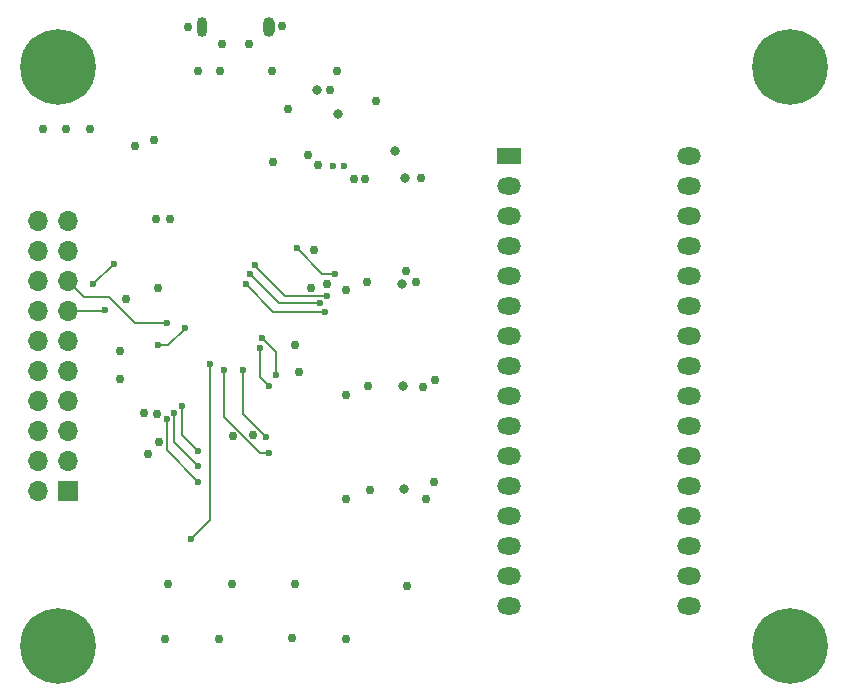
<source format=gbl>
G04 #@! TF.GenerationSoftware,KiCad,Pcbnew,7.0.7*
G04 #@! TF.CreationDate,2023-09-26T12:20:41-04:00*
G04 #@! TF.ProjectId,programmer,70726f67-7261-46d6-9d65-722e6b696361,rev?*
G04 #@! TF.SameCoordinates,Original*
G04 #@! TF.FileFunction,Copper,L4,Bot*
G04 #@! TF.FilePolarity,Positive*
%FSLAX46Y46*%
G04 Gerber Fmt 4.6, Leading zero omitted, Abs format (unit mm)*
G04 Created by KiCad (PCBNEW 7.0.7) date 2023-09-26 12:20:41*
%MOMM*%
%LPD*%
G01*
G04 APERTURE LIST*
G04 #@! TA.AperFunction,ComponentPad*
%ADD10O,1.000000X1.700000*%
G04 #@! TD*
G04 #@! TA.AperFunction,ComponentPad*
%ADD11O,0.850000X1.700000*%
G04 #@! TD*
G04 #@! TA.AperFunction,ComponentPad*
%ADD12C,0.800000*%
G04 #@! TD*
G04 #@! TA.AperFunction,ComponentPad*
%ADD13C,6.400000*%
G04 #@! TD*
G04 #@! TA.AperFunction,ComponentPad*
%ADD14R,1.700000X1.700000*%
G04 #@! TD*
G04 #@! TA.AperFunction,ComponentPad*
%ADD15O,1.700000X1.700000*%
G04 #@! TD*
G04 #@! TA.AperFunction,ComponentPad*
%ADD16R,2.000000X1.440000*%
G04 #@! TD*
G04 #@! TA.AperFunction,ComponentPad*
%ADD17O,2.000000X1.440000*%
G04 #@! TD*
G04 #@! TA.AperFunction,ViaPad*
%ADD18C,0.800000*%
G04 #@! TD*
G04 #@! TA.AperFunction,ViaPad*
%ADD19C,0.750000*%
G04 #@! TD*
G04 #@! TA.AperFunction,ViaPad*
%ADD20C,0.600000*%
G04 #@! TD*
G04 #@! TA.AperFunction,Conductor*
%ADD21C,0.150000*%
G04 #@! TD*
G04 APERTURE END LIST*
D10*
X133732500Y-74030000D03*
D11*
X128082500Y-74030000D03*
D12*
X113507500Y-126420000D03*
X114210444Y-124722944D03*
X114210444Y-128117056D03*
X115907500Y-124020000D03*
D13*
X115907500Y-126420000D03*
D12*
X115907500Y-128820000D03*
X117604556Y-124722944D03*
X117604556Y-128117056D03*
X118307500Y-126420000D03*
D14*
X116775000Y-113345000D03*
D15*
X114235000Y-113345000D03*
X116775000Y-110805000D03*
X114235000Y-110805000D03*
X116775000Y-108265000D03*
X114235000Y-108265000D03*
X116775000Y-105725000D03*
X114235000Y-105725000D03*
X116775000Y-103185000D03*
X114235000Y-103185000D03*
X116775000Y-100645000D03*
X114235000Y-100645000D03*
X116775000Y-98105000D03*
X114235000Y-98105000D03*
X116775000Y-95565000D03*
X114235000Y-95565000D03*
X116775000Y-93025000D03*
X114235000Y-93025000D03*
X116775000Y-90485000D03*
X114235000Y-90485000D03*
D16*
X154107500Y-84960000D03*
D17*
X154107500Y-87500000D03*
X154107500Y-90040000D03*
X154107500Y-92580000D03*
X154107500Y-95120000D03*
X154107500Y-97660000D03*
X154107500Y-100200000D03*
X154107500Y-102740000D03*
X154107500Y-105280000D03*
X154107500Y-107820000D03*
X154107500Y-110360000D03*
X154107500Y-112900000D03*
X154107500Y-115440000D03*
X154107500Y-117980000D03*
X154107500Y-120520000D03*
X154107500Y-123060000D03*
X169347500Y-123060000D03*
X169347500Y-120520000D03*
X169347500Y-117980000D03*
X169347500Y-115440000D03*
X169347500Y-112900000D03*
X169347500Y-110360000D03*
X169347500Y-107820000D03*
X169347500Y-105280000D03*
X169347500Y-102740000D03*
X169347500Y-100200000D03*
X169347500Y-97660000D03*
X169347500Y-95120000D03*
X169347500Y-92580000D03*
X169347500Y-90040000D03*
X169347500Y-87500000D03*
X169347500Y-84960000D03*
D12*
X175507500Y-77420000D03*
X176210444Y-75722944D03*
X176210444Y-79117056D03*
X177907500Y-75020000D03*
D13*
X177907500Y-77420000D03*
D12*
X177907500Y-79820000D03*
X179604556Y-75722944D03*
X179604556Y-79117056D03*
X180307500Y-77420000D03*
X113507500Y-77420000D03*
X114210444Y-75722944D03*
X114210444Y-79117056D03*
X115907500Y-75020000D03*
D13*
X115907500Y-77420000D03*
D12*
X115907500Y-79820000D03*
X117604556Y-75722944D03*
X117604556Y-79117056D03*
X118307500Y-77420000D03*
X175507500Y-126420000D03*
X176210444Y-124722944D03*
X176210444Y-128117056D03*
X177907500Y-124020000D03*
D13*
X177907500Y-126420000D03*
D12*
X177907500Y-128820000D03*
X179604556Y-124722944D03*
X179604556Y-128117056D03*
X180307500Y-126420000D03*
D18*
X139650000Y-81450000D03*
X144450000Y-84550000D03*
X137850000Y-79400000D03*
X145200000Y-113200000D03*
X145250000Y-86800000D03*
X145150000Y-104450000D03*
X145000000Y-95850000D03*
D19*
X146650000Y-86850000D03*
X137300000Y-96150500D03*
X118600000Y-82650000D03*
X146850000Y-104550000D03*
X135400000Y-81000000D03*
X142800000Y-80300000D03*
X140250000Y-125850000D03*
X136300000Y-103300000D03*
X129500000Y-125850000D03*
X125400000Y-90300000D03*
X140300000Y-105200000D03*
X139500000Y-77750000D03*
X124400000Y-96150000D03*
X134000000Y-77750000D03*
X123200000Y-106750000D03*
X130690734Y-108709266D03*
X140250000Y-96350000D03*
X147750000Y-112544500D03*
X136000000Y-121250000D03*
X134900000Y-74000000D03*
X145334956Y-94707877D03*
X140950497Y-86900000D03*
X124000000Y-83600000D03*
X140300000Y-114000000D03*
X129800000Y-75500000D03*
X145450000Y-121350000D03*
X123550000Y-110200000D03*
X137900000Y-85750000D03*
X122400000Y-84100000D03*
X121149500Y-101450000D03*
X132050000Y-75455498D03*
X146200000Y-95650000D03*
X116600000Y-82650000D03*
X126950000Y-74050000D03*
X121650000Y-97100000D03*
X138950000Y-79400000D03*
X138700000Y-95850000D03*
X147800000Y-103950000D03*
X129600000Y-77800000D03*
X130650000Y-121200000D03*
X114600000Y-82650000D03*
X125250000Y-121250000D03*
X127800000Y-77800000D03*
X137100000Y-84850000D03*
X124500500Y-109200000D03*
X147050000Y-114000000D03*
D20*
X139150000Y-85800000D03*
X140150000Y-85800000D03*
D19*
X141900000Y-86900000D03*
X135948273Y-101001727D03*
X142150000Y-104450000D03*
X142350000Y-113250000D03*
X135700000Y-125800000D03*
X124200000Y-90300000D03*
X125000000Y-125850000D03*
X137550000Y-92950000D03*
X134100000Y-85500000D03*
X142050000Y-95650000D03*
X124250000Y-106800000D03*
X121149500Y-103850000D03*
X132409266Y-108590734D03*
D20*
X125150000Y-99150000D03*
X118900000Y-95850000D03*
X120650000Y-94100000D03*
X119850000Y-98000000D03*
X127800000Y-112550000D03*
X125150000Y-107250000D03*
X127800000Y-111200000D03*
X125750000Y-106700000D03*
X126425500Y-106119929D03*
X127800000Y-109950000D03*
X129950000Y-103050000D03*
X133800000Y-110100000D03*
X133500000Y-108750000D03*
X131550000Y-103050000D03*
X133800000Y-104450000D03*
X133050000Y-101250000D03*
X133150000Y-100350000D03*
X134350000Y-103500000D03*
X138550000Y-98150000D03*
X131800000Y-95850000D03*
X138050000Y-97450000D03*
X132200000Y-95000000D03*
X138650000Y-96800000D03*
X132600000Y-94200000D03*
X126650000Y-99550000D03*
X136150000Y-92750000D03*
X139400000Y-94950000D03*
X124350000Y-101000000D03*
X128800000Y-102550000D03*
X127200000Y-117400000D03*
D21*
X122450000Y-99150000D02*
X120200000Y-96900000D01*
X125150000Y-99150000D02*
X122450000Y-99150000D01*
X120200000Y-96900000D02*
X118110000Y-96900000D01*
X118110000Y-96900000D02*
X116775000Y-95565000D01*
X118900000Y-95850000D02*
X120650000Y-94100000D01*
X119695000Y-98105000D02*
X116775000Y-98105000D01*
X119825000Y-97975000D02*
X119695000Y-98105000D01*
X125150000Y-109900000D02*
X127800000Y-112550000D01*
X125150000Y-107250000D02*
X125150000Y-109900000D01*
X125750000Y-109150000D02*
X127800000Y-111200000D01*
X125750000Y-106700000D02*
X125750000Y-109150000D01*
X126425500Y-108575500D02*
X127800000Y-109950000D01*
X126358387Y-106163294D02*
X126401752Y-106119929D01*
X126425500Y-106119929D02*
X126425500Y-108575500D01*
X126401752Y-106119929D02*
X126425500Y-106119929D01*
X129950000Y-107050000D02*
X129950000Y-103050000D01*
X133000000Y-110100000D02*
X129950000Y-107050000D01*
X133800000Y-110100000D02*
X133000000Y-110100000D01*
X131550000Y-106800000D02*
X133500000Y-108750000D01*
X131550000Y-103050000D02*
X131550000Y-106800000D01*
X133050000Y-103700000D02*
X133800000Y-104450000D01*
X133050000Y-101250000D02*
X133050000Y-103700000D01*
X133150000Y-100350000D02*
X134350000Y-101550000D01*
X134350000Y-101550000D02*
X134350000Y-103450000D01*
X138600000Y-98150000D02*
X138550000Y-98150000D01*
X134100000Y-98150000D02*
X131800000Y-95850000D01*
X138550000Y-98150000D02*
X134100000Y-98150000D01*
X134650000Y-97450000D02*
X132200000Y-95000000D01*
X138050000Y-97450000D02*
X134650000Y-97450000D01*
X135150000Y-96800000D02*
X132600000Y-94250000D01*
X132600000Y-94250000D02*
X132600000Y-94200000D01*
X138650000Y-96800000D02*
X135150000Y-96800000D01*
X124300000Y-101000000D02*
X124350000Y-101000000D01*
X138300000Y-94950000D02*
X139400000Y-94950000D01*
X125250000Y-101000000D02*
X126650000Y-99600000D01*
X136100000Y-92750000D02*
X136100000Y-92750000D01*
X126700000Y-99550000D02*
X126700000Y-99550000D01*
X126650000Y-99550000D02*
X126700000Y-99550000D01*
X124350000Y-101000000D02*
X125250000Y-101000000D01*
X136150000Y-92750000D02*
X136150000Y-92800000D01*
X136150000Y-92800000D02*
X138300000Y-94950000D01*
X136100000Y-92750000D02*
X136150000Y-92750000D01*
X126650000Y-99600000D02*
X126650000Y-99550000D01*
X128800000Y-102550000D02*
X128800000Y-115800000D01*
X128800000Y-115800000D02*
X127200000Y-117400000D01*
M02*

</source>
